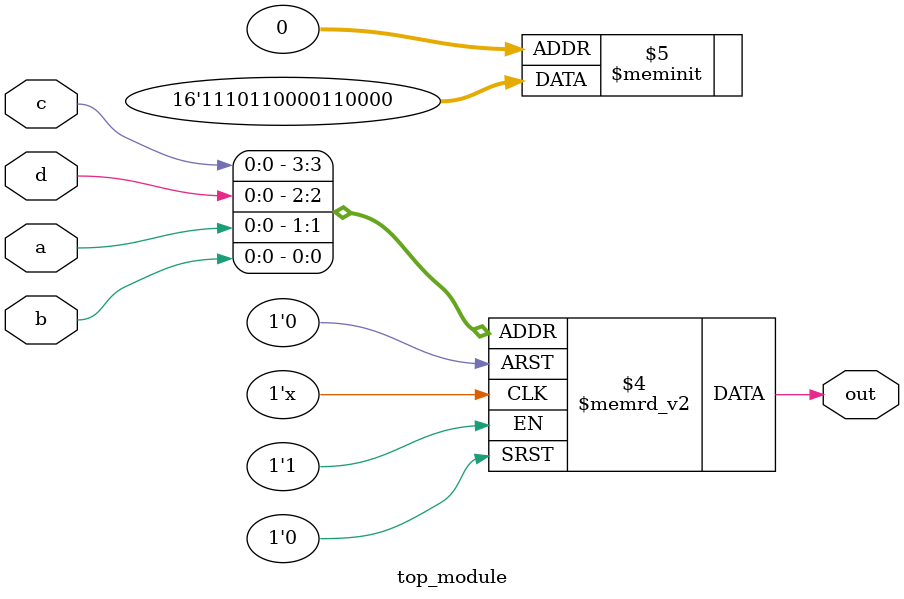
<source format=sv>
module top_module (
    input a,
    input b,
    input c,
    input d,
    output reg out
);

always @(*) begin
    case ({c, d, a, b}) // Reviewing the Karnaugh map and modifying the order to fit the map
        4'b0001: out = 1'b0; // ab=01, cd=00
        4'b0010: out = 1'b0; // ab=00, cd=01
        4'b0100: out = 1'b1; // ab=10, cd=00
        4'b0101: out = 1'b1; // ab=11, cd=00
        4'b0111: out = 1'b0; // ab=00, cd=11
        4'b1001: out = 1'b0; // ab=01, cd=01
        4'b1010: out = 1'b1; // ab=10, cd=10
        4'b1011: out = 1'b1; // ab=11, cd=10
        4'b1100: out = 1'b0; // ab=00, cd=10
        4'b1101: out = 1'b1; // ab=01, cd=10
        4'b1110: out = 1'b1; // ab=10, cd=11
        4'b1111: out = 1'b1; // ab=11, cd=11
        default: out = 1'b0; // Default to 0 for safety
    endcase
end

endmodule

</source>
